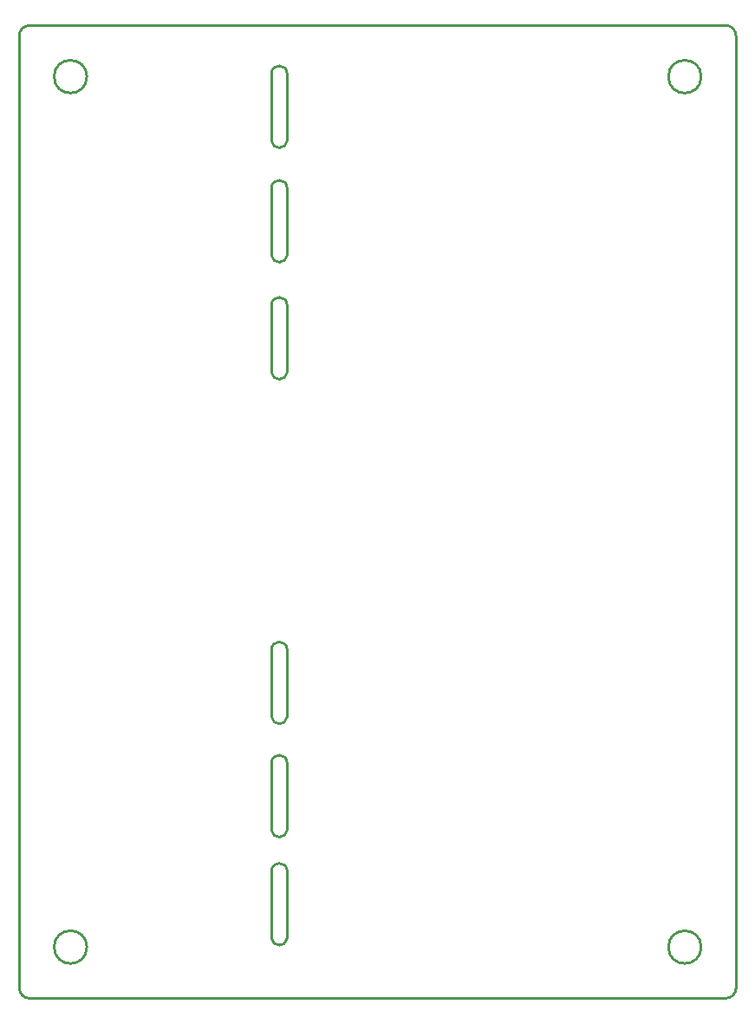
<source format=gm1>
G04 Layer_Color=16711935*
%FSLAX25Y25*%
%MOIN*%
G70*
G01*
G75*
%ADD37C,0.01000*%
D37*
X3937Y374016D02*
G03*
X0Y370079I0J-3937D01*
G01*
Y3937D02*
G03*
X3937Y0I3937J0D01*
G01*
X271654D02*
G03*
X275590Y3937I0J3937D01*
G01*
Y370079D02*
G03*
X271654Y374016I-3937J0D01*
G01*
X25984Y354331D02*
G03*
X25984Y354331I-6299J0D01*
G01*
X262205Y19685D02*
G03*
X262205Y19685I-6299J0D01*
G01*
Y354331D02*
G03*
X262205Y354331I-6299J0D01*
G01*
X25984Y19685D02*
G03*
X25984Y19685I-6299J0D01*
G01*
X103000Y48917D02*
G03*
X97000Y48917I-3000J0D01*
G01*
Y23083D02*
G03*
X103000Y23083I3000J331D01*
G01*
X97000Y64669D02*
G03*
X103000Y64669I3000J331D01*
G01*
Y90504D02*
G03*
X97000Y90504I-3000J0D01*
G01*
Y108196D02*
G03*
X103000Y108196I3000J331D01*
G01*
Y134031D02*
G03*
X97000Y134031I-3000J0D01*
G01*
Y240669D02*
G03*
X103000Y240669I3000J331D01*
G01*
Y266504D02*
G03*
X97000Y266504I-3000J0D01*
G01*
Y285669D02*
G03*
X103000Y285669I3000J331D01*
G01*
Y311504D02*
G03*
X97000Y311504I-3000J0D01*
G01*
Y329669D02*
G03*
X103000Y329669I3000J331D01*
G01*
Y355504D02*
G03*
X97000Y355504I-3000J0D01*
G01*
X0Y3937D02*
Y370079D01*
X3937Y374016D02*
X271654D01*
X275590Y3937D02*
Y370079D01*
X3937Y0D02*
X271654D01*
X97000Y23083D02*
Y48917D01*
X103000Y23083D02*
Y48917D01*
Y64669D02*
Y90504D01*
X97000Y64669D02*
Y90504D01*
X103000Y108196D02*
Y134031D01*
X97000Y108196D02*
Y134031D01*
X103000Y240669D02*
Y266504D01*
X97000Y240669D02*
Y266504D01*
X103000Y285669D02*
Y311504D01*
X97000Y285669D02*
Y311504D01*
X103000Y329669D02*
Y355504D01*
X97000Y329669D02*
Y355504D01*
M02*

</source>
